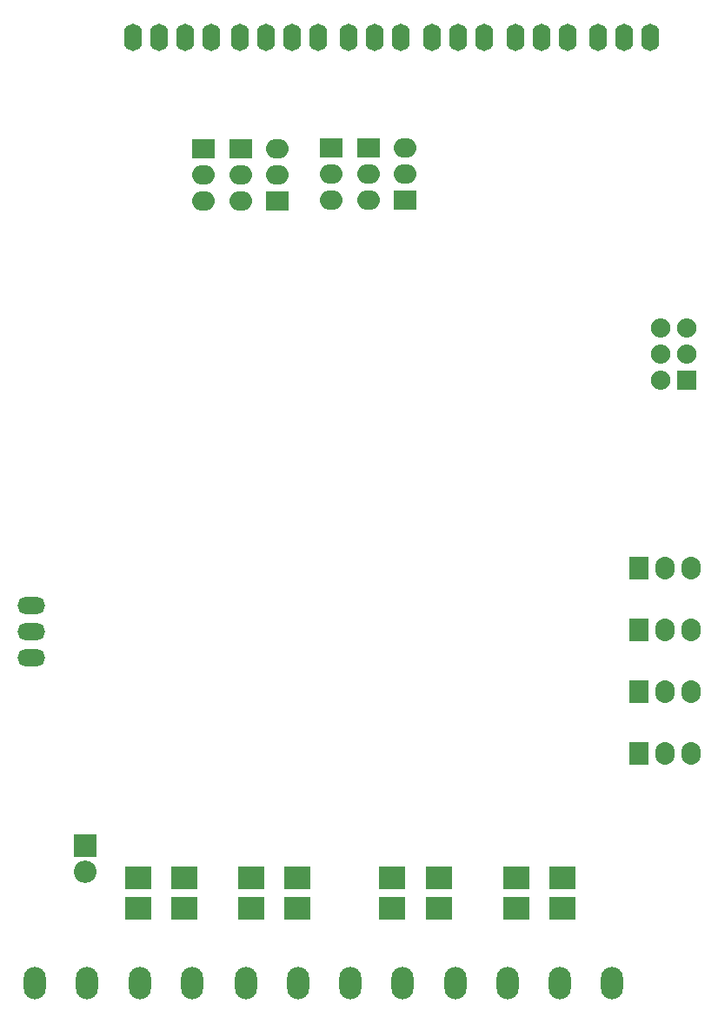
<source format=gbs>
G04 #@! TF.FileFunction,Soldermask,Bot*
%FSLAX46Y46*%
G04 Gerber Fmt 4.6, Leading zero omitted, Abs format (unit mm)*
G04 Created by KiCad (PCBNEW 4.1.0-alpha+201608101232+7015~46~ubuntu14.04.1-product) date Fri Aug 19 12:09:27 2016*
%MOMM*%
%LPD*%
G01*
G04 APERTURE LIST*
%ADD10C,0.100000*%
%ADD11O,1.760000X2.660000*%
%ADD12R,2.660000X2.160000*%
%ADD13O,2.700000X1.684000*%
%ADD14O,2.160000X3.160000*%
%ADD15R,1.887200X2.192000*%
%ADD16O,1.887200X2.192000*%
%ADD17R,2.192000X1.887200*%
%ADD18O,2.192000X1.887200*%
%ADD19R,1.887200X1.887200*%
%ADD20O,1.887200X1.887200*%
%ADD21R,2.192000X2.192000*%
%ADD22O,2.192000X2.192000*%
G04 APERTURE END LIST*
D10*
D11*
X177905000Y-43275000D03*
X175365000Y-43275000D03*
X172825000Y-43275000D03*
X169815000Y-43275000D03*
X167275000Y-43275000D03*
X164735000Y-43275000D03*
X161705000Y-43275000D03*
X159165000Y-43275000D03*
X156625000Y-43275000D03*
X153605000Y-43275000D03*
X151065000Y-43275000D03*
X148525000Y-43275000D03*
D12*
X132500000Y-128000000D03*
X128000000Y-128000000D03*
X132500000Y-125000000D03*
X128000000Y-125000000D03*
X139000000Y-128000000D03*
X143500000Y-128000000D03*
X139000000Y-125000000D03*
X143500000Y-125000000D03*
X157250000Y-128000000D03*
X152750000Y-128000000D03*
X157250000Y-125000000D03*
X152750000Y-125000000D03*
X164800000Y-128000000D03*
X169300000Y-128000000D03*
X164800000Y-125000000D03*
X169300000Y-125000000D03*
D13*
X117550000Y-98500000D03*
X117550000Y-101040000D03*
X117550000Y-103580000D03*
D11*
X145525000Y-43275000D03*
X142985000Y-43275000D03*
X140445000Y-43275000D03*
X137905000Y-43275000D03*
X135125000Y-43275000D03*
X132585000Y-43275000D03*
X130045000Y-43275000D03*
X127505000Y-43275000D03*
D14*
X143550000Y-135300000D03*
X138470000Y-135300000D03*
X148630000Y-135300000D03*
X153710000Y-135300000D03*
X164000000Y-135300000D03*
X158920000Y-135300000D03*
X169080000Y-135300000D03*
X174160000Y-135300000D03*
X122980000Y-135300000D03*
X117900000Y-135300000D03*
X133270000Y-135300000D03*
X128190000Y-135300000D03*
D15*
X176790000Y-112890000D03*
D16*
X179330000Y-112890000D03*
X181870000Y-112890000D03*
D15*
X176790000Y-106890000D03*
D16*
X179330000Y-106890000D03*
X181870000Y-106890000D03*
D15*
X176790000Y-100890000D03*
D16*
X179330000Y-100890000D03*
X181870000Y-100890000D03*
D15*
X176760000Y-94930000D03*
D16*
X179300000Y-94930000D03*
X181840000Y-94930000D03*
D17*
X141525000Y-59130000D03*
D18*
X141525000Y-56590000D03*
X141525000Y-54050000D03*
D17*
X153980000Y-59115000D03*
D18*
X153980000Y-56575000D03*
X153980000Y-54035000D03*
D17*
X134375000Y-54050000D03*
D18*
X134375000Y-56590000D03*
X134375000Y-59130000D03*
D17*
X137950000Y-54050000D03*
D18*
X137950000Y-56590000D03*
X137950000Y-59130000D03*
D17*
X146830000Y-54020000D03*
D18*
X146830000Y-56560000D03*
X146830000Y-59100000D03*
D17*
X150405000Y-54020000D03*
D18*
X150405000Y-56560000D03*
X150405000Y-59100000D03*
D19*
X181420000Y-76620000D03*
D20*
X178880000Y-76620000D03*
X181420000Y-74080000D03*
X178880000Y-74080000D03*
X181420000Y-71540000D03*
X178880000Y-71540000D03*
D21*
X122800000Y-121860000D03*
D22*
X122800000Y-124400000D03*
M02*

</source>
